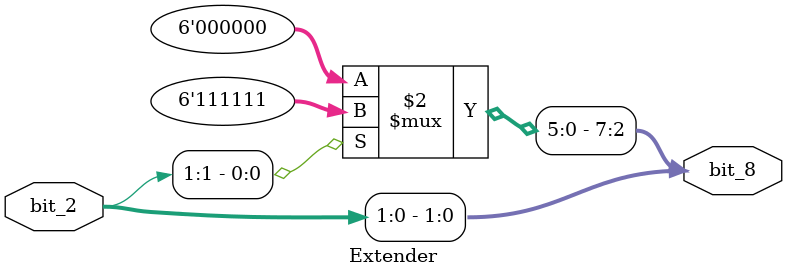
<source format=v>
`timescale 1ns / 1ps

module Extender(
	input [1:0]bit_2,
	output [7:0]bit_8
    );

	assign bit_8[1:0] = bit_2;
	assign bit_8[7:2] = (bit_2[1] == 1'b1) ? 6'b111111 : 6'b000000;

endmodule

</source>
